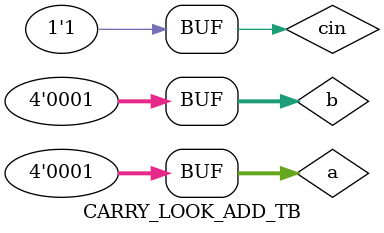
<source format=sv>
module CARRY_LOOK_ADD_TB;	
  reg [3:0] a;
  reg [3:0] b;
  reg cin;
  wire [3:0] sum;
  wire cout;
  CARRY_LOOK_ADD cla_inst (.sum(sum),.cout(cout),.a(a),.b(b),.cin(cin));
	initial begin
		a = 0; b = 0; cin = 0; #5
        a = 0; b = 0; cin = 1; #5; 
    	a = 0; b = 1; cin = 0; #5; 
    	a = 0; b = 1; cin = 1; #5; 
    	a = 1; b = 0; cin = 0; #5; 
        a = 1; b = 0; cin = 1; #5; 
    	a = 1; b = 1; cin = 0; #5; 
    	a = 1; b = 1; cin = 1; #5; 
		#10;
	end
  	initial begin
      $dumpfile("dump.vcd");
      $dumpvars(1);
    end
endmodule


</source>
